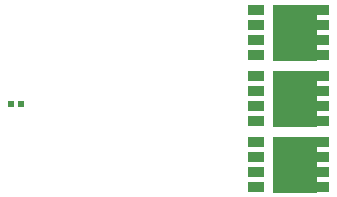
<source format=gbr>
%TF.GenerationSoftware,Altium Limited,Altium Designer,20.2.3 (150)*%
G04 Layer_Color=255*
%FSLAX26Y26*%
%MOIN*%
%TF.SameCoordinates,27716F98-0B22-40FE-96F5-AA6DB086EB47*%
%TF.FilePolarity,Positive*%
%TF.FileFunction,Pads,Bot*%
%TF.Part,Single*%
G01*
G75*
%TA.AperFunction,SMDPad,CuDef*%
%ADD23R,0.057087X0.033465*%
%ADD24R,0.041339X0.033465*%
%ADD25R,0.147638X0.185039*%
%ADD40R,0.021260X0.023622*%
D23*
X3091732Y1919000D02*
D03*
Y1969000D02*
D03*
Y2019000D02*
D03*
Y2069000D02*
D03*
Y1699000D02*
D03*
Y1749000D02*
D03*
Y1799000D02*
D03*
Y1849000D02*
D03*
Y1479000D02*
D03*
Y1529000D02*
D03*
Y1579000D02*
D03*
Y1629000D02*
D03*
D24*
X3316142Y2069000D02*
D03*
Y2019000D02*
D03*
Y1969000D02*
D03*
Y1919000D02*
D03*
Y1849000D02*
D03*
Y1799000D02*
D03*
Y1749000D02*
D03*
Y1699000D02*
D03*
Y1629000D02*
D03*
Y1579000D02*
D03*
Y1529000D02*
D03*
Y1479000D02*
D03*
D25*
X3221653Y1994000D02*
D03*
Y1774000D02*
D03*
Y1554000D02*
D03*
D40*
X2276766Y1755842D02*
D03*
X2310782D02*
D03*
%TF.MD5,a49bde4d1a53b9fb6b29736281be7c18*%
M02*

</source>
